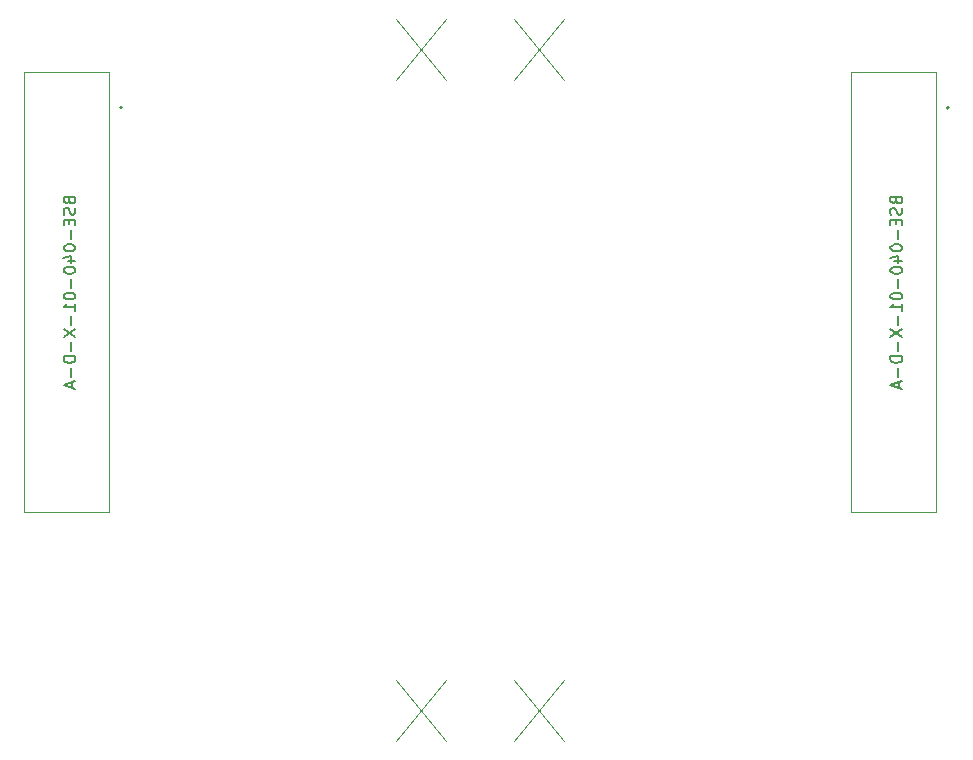
<source format=gbr>
%TF.GenerationSoftware,KiCad,Pcbnew,9.0.0-rc1*%
%TF.CreationDate,2025-01-31T14:13:45-05:00*%
%TF.ProjectId,ephys-test-module-64,65706879-732d-4746-9573-742d6d6f6475,A*%
%TF.SameCoordinates,Original*%
%TF.FileFunction,AssemblyDrawing,Bot*%
%FSLAX46Y46*%
G04 Gerber Fmt 4.6, Leading zero omitted, Abs format (unit mm)*
G04 Created by KiCad (PCBNEW 9.0.0-rc1) date 2025-01-31 14:13:45*
%MOMM*%
%LPD*%
G01*
G04 APERTURE LIST*
%ADD10C,0.150000*%
%ADD11C,0.100000*%
%ADD12C,0.200000*%
G04 APERTURE END LIST*
D10*
X123231009Y-92261905D02*
X123278628Y-92404762D01*
X123278628Y-92404762D02*
X123326247Y-92452381D01*
X123326247Y-92452381D02*
X123421485Y-92500000D01*
X123421485Y-92500000D02*
X123564342Y-92500000D01*
X123564342Y-92500000D02*
X123659580Y-92452381D01*
X123659580Y-92452381D02*
X123707200Y-92404762D01*
X123707200Y-92404762D02*
X123754819Y-92309524D01*
X123754819Y-92309524D02*
X123754819Y-91928572D01*
X123754819Y-91928572D02*
X122754819Y-91928572D01*
X122754819Y-91928572D02*
X122754819Y-92261905D01*
X122754819Y-92261905D02*
X122802438Y-92357143D01*
X122802438Y-92357143D02*
X122850057Y-92404762D01*
X122850057Y-92404762D02*
X122945295Y-92452381D01*
X122945295Y-92452381D02*
X123040533Y-92452381D01*
X123040533Y-92452381D02*
X123135771Y-92404762D01*
X123135771Y-92404762D02*
X123183390Y-92357143D01*
X123183390Y-92357143D02*
X123231009Y-92261905D01*
X123231009Y-92261905D02*
X123231009Y-91928572D01*
X123707200Y-92880953D02*
X123754819Y-93023810D01*
X123754819Y-93023810D02*
X123754819Y-93261905D01*
X123754819Y-93261905D02*
X123707200Y-93357143D01*
X123707200Y-93357143D02*
X123659580Y-93404762D01*
X123659580Y-93404762D02*
X123564342Y-93452381D01*
X123564342Y-93452381D02*
X123469104Y-93452381D01*
X123469104Y-93452381D02*
X123373866Y-93404762D01*
X123373866Y-93404762D02*
X123326247Y-93357143D01*
X123326247Y-93357143D02*
X123278628Y-93261905D01*
X123278628Y-93261905D02*
X123231009Y-93071429D01*
X123231009Y-93071429D02*
X123183390Y-92976191D01*
X123183390Y-92976191D02*
X123135771Y-92928572D01*
X123135771Y-92928572D02*
X123040533Y-92880953D01*
X123040533Y-92880953D02*
X122945295Y-92880953D01*
X122945295Y-92880953D02*
X122850057Y-92928572D01*
X122850057Y-92928572D02*
X122802438Y-92976191D01*
X122802438Y-92976191D02*
X122754819Y-93071429D01*
X122754819Y-93071429D02*
X122754819Y-93309524D01*
X122754819Y-93309524D02*
X122802438Y-93452381D01*
X123231009Y-93880953D02*
X123231009Y-94214286D01*
X123754819Y-94357143D02*
X123754819Y-93880953D01*
X123754819Y-93880953D02*
X122754819Y-93880953D01*
X122754819Y-93880953D02*
X122754819Y-94357143D01*
X123373866Y-94785715D02*
X123373866Y-95547620D01*
X122754819Y-96214286D02*
X122754819Y-96309524D01*
X122754819Y-96309524D02*
X122802438Y-96404762D01*
X122802438Y-96404762D02*
X122850057Y-96452381D01*
X122850057Y-96452381D02*
X122945295Y-96500000D01*
X122945295Y-96500000D02*
X123135771Y-96547619D01*
X123135771Y-96547619D02*
X123373866Y-96547619D01*
X123373866Y-96547619D02*
X123564342Y-96500000D01*
X123564342Y-96500000D02*
X123659580Y-96452381D01*
X123659580Y-96452381D02*
X123707200Y-96404762D01*
X123707200Y-96404762D02*
X123754819Y-96309524D01*
X123754819Y-96309524D02*
X123754819Y-96214286D01*
X123754819Y-96214286D02*
X123707200Y-96119048D01*
X123707200Y-96119048D02*
X123659580Y-96071429D01*
X123659580Y-96071429D02*
X123564342Y-96023810D01*
X123564342Y-96023810D02*
X123373866Y-95976191D01*
X123373866Y-95976191D02*
X123135771Y-95976191D01*
X123135771Y-95976191D02*
X122945295Y-96023810D01*
X122945295Y-96023810D02*
X122850057Y-96071429D01*
X122850057Y-96071429D02*
X122802438Y-96119048D01*
X122802438Y-96119048D02*
X122754819Y-96214286D01*
X123088152Y-97404762D02*
X123754819Y-97404762D01*
X122707200Y-97166667D02*
X123421485Y-96928572D01*
X123421485Y-96928572D02*
X123421485Y-97547619D01*
X122754819Y-98119048D02*
X122754819Y-98214286D01*
X122754819Y-98214286D02*
X122802438Y-98309524D01*
X122802438Y-98309524D02*
X122850057Y-98357143D01*
X122850057Y-98357143D02*
X122945295Y-98404762D01*
X122945295Y-98404762D02*
X123135771Y-98452381D01*
X123135771Y-98452381D02*
X123373866Y-98452381D01*
X123373866Y-98452381D02*
X123564342Y-98404762D01*
X123564342Y-98404762D02*
X123659580Y-98357143D01*
X123659580Y-98357143D02*
X123707200Y-98309524D01*
X123707200Y-98309524D02*
X123754819Y-98214286D01*
X123754819Y-98214286D02*
X123754819Y-98119048D01*
X123754819Y-98119048D02*
X123707200Y-98023810D01*
X123707200Y-98023810D02*
X123659580Y-97976191D01*
X123659580Y-97976191D02*
X123564342Y-97928572D01*
X123564342Y-97928572D02*
X123373866Y-97880953D01*
X123373866Y-97880953D02*
X123135771Y-97880953D01*
X123135771Y-97880953D02*
X122945295Y-97928572D01*
X122945295Y-97928572D02*
X122850057Y-97976191D01*
X122850057Y-97976191D02*
X122802438Y-98023810D01*
X122802438Y-98023810D02*
X122754819Y-98119048D01*
X123373866Y-98880953D02*
X123373866Y-99642858D01*
X122754819Y-100309524D02*
X122754819Y-100404762D01*
X122754819Y-100404762D02*
X122802438Y-100500000D01*
X122802438Y-100500000D02*
X122850057Y-100547619D01*
X122850057Y-100547619D02*
X122945295Y-100595238D01*
X122945295Y-100595238D02*
X123135771Y-100642857D01*
X123135771Y-100642857D02*
X123373866Y-100642857D01*
X123373866Y-100642857D02*
X123564342Y-100595238D01*
X123564342Y-100595238D02*
X123659580Y-100547619D01*
X123659580Y-100547619D02*
X123707200Y-100500000D01*
X123707200Y-100500000D02*
X123754819Y-100404762D01*
X123754819Y-100404762D02*
X123754819Y-100309524D01*
X123754819Y-100309524D02*
X123707200Y-100214286D01*
X123707200Y-100214286D02*
X123659580Y-100166667D01*
X123659580Y-100166667D02*
X123564342Y-100119048D01*
X123564342Y-100119048D02*
X123373866Y-100071429D01*
X123373866Y-100071429D02*
X123135771Y-100071429D01*
X123135771Y-100071429D02*
X122945295Y-100119048D01*
X122945295Y-100119048D02*
X122850057Y-100166667D01*
X122850057Y-100166667D02*
X122802438Y-100214286D01*
X122802438Y-100214286D02*
X122754819Y-100309524D01*
X123754819Y-101595238D02*
X123754819Y-101023810D01*
X123754819Y-101309524D02*
X122754819Y-101309524D01*
X122754819Y-101309524D02*
X122897676Y-101214286D01*
X122897676Y-101214286D02*
X122992914Y-101119048D01*
X122992914Y-101119048D02*
X123040533Y-101023810D01*
X123373866Y-102023810D02*
X123373866Y-102785715D01*
X122754819Y-103166667D02*
X123754819Y-103833333D01*
X122754819Y-103833333D02*
X123754819Y-103166667D01*
X123373866Y-104214286D02*
X123373866Y-104976191D01*
X123754819Y-105452381D02*
X122754819Y-105452381D01*
X122754819Y-105452381D02*
X122754819Y-105690476D01*
X122754819Y-105690476D02*
X122802438Y-105833333D01*
X122802438Y-105833333D02*
X122897676Y-105928571D01*
X122897676Y-105928571D02*
X122992914Y-105976190D01*
X122992914Y-105976190D02*
X123183390Y-106023809D01*
X123183390Y-106023809D02*
X123326247Y-106023809D01*
X123326247Y-106023809D02*
X123516723Y-105976190D01*
X123516723Y-105976190D02*
X123611961Y-105928571D01*
X123611961Y-105928571D02*
X123707200Y-105833333D01*
X123707200Y-105833333D02*
X123754819Y-105690476D01*
X123754819Y-105690476D02*
X123754819Y-105452381D01*
X123373866Y-106452381D02*
X123373866Y-107214286D01*
X123469104Y-107642857D02*
X123469104Y-108119047D01*
X123754819Y-107547619D02*
X122754819Y-107880952D01*
X122754819Y-107880952D02*
X123754819Y-108214285D01*
X193231009Y-92261905D02*
X193278628Y-92404762D01*
X193278628Y-92404762D02*
X193326247Y-92452381D01*
X193326247Y-92452381D02*
X193421485Y-92500000D01*
X193421485Y-92500000D02*
X193564342Y-92500000D01*
X193564342Y-92500000D02*
X193659580Y-92452381D01*
X193659580Y-92452381D02*
X193707200Y-92404762D01*
X193707200Y-92404762D02*
X193754819Y-92309524D01*
X193754819Y-92309524D02*
X193754819Y-91928572D01*
X193754819Y-91928572D02*
X192754819Y-91928572D01*
X192754819Y-91928572D02*
X192754819Y-92261905D01*
X192754819Y-92261905D02*
X192802438Y-92357143D01*
X192802438Y-92357143D02*
X192850057Y-92404762D01*
X192850057Y-92404762D02*
X192945295Y-92452381D01*
X192945295Y-92452381D02*
X193040533Y-92452381D01*
X193040533Y-92452381D02*
X193135771Y-92404762D01*
X193135771Y-92404762D02*
X193183390Y-92357143D01*
X193183390Y-92357143D02*
X193231009Y-92261905D01*
X193231009Y-92261905D02*
X193231009Y-91928572D01*
X193707200Y-92880953D02*
X193754819Y-93023810D01*
X193754819Y-93023810D02*
X193754819Y-93261905D01*
X193754819Y-93261905D02*
X193707200Y-93357143D01*
X193707200Y-93357143D02*
X193659580Y-93404762D01*
X193659580Y-93404762D02*
X193564342Y-93452381D01*
X193564342Y-93452381D02*
X193469104Y-93452381D01*
X193469104Y-93452381D02*
X193373866Y-93404762D01*
X193373866Y-93404762D02*
X193326247Y-93357143D01*
X193326247Y-93357143D02*
X193278628Y-93261905D01*
X193278628Y-93261905D02*
X193231009Y-93071429D01*
X193231009Y-93071429D02*
X193183390Y-92976191D01*
X193183390Y-92976191D02*
X193135771Y-92928572D01*
X193135771Y-92928572D02*
X193040533Y-92880953D01*
X193040533Y-92880953D02*
X192945295Y-92880953D01*
X192945295Y-92880953D02*
X192850057Y-92928572D01*
X192850057Y-92928572D02*
X192802438Y-92976191D01*
X192802438Y-92976191D02*
X192754819Y-93071429D01*
X192754819Y-93071429D02*
X192754819Y-93309524D01*
X192754819Y-93309524D02*
X192802438Y-93452381D01*
X193231009Y-93880953D02*
X193231009Y-94214286D01*
X193754819Y-94357143D02*
X193754819Y-93880953D01*
X193754819Y-93880953D02*
X192754819Y-93880953D01*
X192754819Y-93880953D02*
X192754819Y-94357143D01*
X193373866Y-94785715D02*
X193373866Y-95547620D01*
X192754819Y-96214286D02*
X192754819Y-96309524D01*
X192754819Y-96309524D02*
X192802438Y-96404762D01*
X192802438Y-96404762D02*
X192850057Y-96452381D01*
X192850057Y-96452381D02*
X192945295Y-96500000D01*
X192945295Y-96500000D02*
X193135771Y-96547619D01*
X193135771Y-96547619D02*
X193373866Y-96547619D01*
X193373866Y-96547619D02*
X193564342Y-96500000D01*
X193564342Y-96500000D02*
X193659580Y-96452381D01*
X193659580Y-96452381D02*
X193707200Y-96404762D01*
X193707200Y-96404762D02*
X193754819Y-96309524D01*
X193754819Y-96309524D02*
X193754819Y-96214286D01*
X193754819Y-96214286D02*
X193707200Y-96119048D01*
X193707200Y-96119048D02*
X193659580Y-96071429D01*
X193659580Y-96071429D02*
X193564342Y-96023810D01*
X193564342Y-96023810D02*
X193373866Y-95976191D01*
X193373866Y-95976191D02*
X193135771Y-95976191D01*
X193135771Y-95976191D02*
X192945295Y-96023810D01*
X192945295Y-96023810D02*
X192850057Y-96071429D01*
X192850057Y-96071429D02*
X192802438Y-96119048D01*
X192802438Y-96119048D02*
X192754819Y-96214286D01*
X193088152Y-97404762D02*
X193754819Y-97404762D01*
X192707200Y-97166667D02*
X193421485Y-96928572D01*
X193421485Y-96928572D02*
X193421485Y-97547619D01*
X192754819Y-98119048D02*
X192754819Y-98214286D01*
X192754819Y-98214286D02*
X192802438Y-98309524D01*
X192802438Y-98309524D02*
X192850057Y-98357143D01*
X192850057Y-98357143D02*
X192945295Y-98404762D01*
X192945295Y-98404762D02*
X193135771Y-98452381D01*
X193135771Y-98452381D02*
X193373866Y-98452381D01*
X193373866Y-98452381D02*
X193564342Y-98404762D01*
X193564342Y-98404762D02*
X193659580Y-98357143D01*
X193659580Y-98357143D02*
X193707200Y-98309524D01*
X193707200Y-98309524D02*
X193754819Y-98214286D01*
X193754819Y-98214286D02*
X193754819Y-98119048D01*
X193754819Y-98119048D02*
X193707200Y-98023810D01*
X193707200Y-98023810D02*
X193659580Y-97976191D01*
X193659580Y-97976191D02*
X193564342Y-97928572D01*
X193564342Y-97928572D02*
X193373866Y-97880953D01*
X193373866Y-97880953D02*
X193135771Y-97880953D01*
X193135771Y-97880953D02*
X192945295Y-97928572D01*
X192945295Y-97928572D02*
X192850057Y-97976191D01*
X192850057Y-97976191D02*
X192802438Y-98023810D01*
X192802438Y-98023810D02*
X192754819Y-98119048D01*
X193373866Y-98880953D02*
X193373866Y-99642858D01*
X192754819Y-100309524D02*
X192754819Y-100404762D01*
X192754819Y-100404762D02*
X192802438Y-100500000D01*
X192802438Y-100500000D02*
X192850057Y-100547619D01*
X192850057Y-100547619D02*
X192945295Y-100595238D01*
X192945295Y-100595238D02*
X193135771Y-100642857D01*
X193135771Y-100642857D02*
X193373866Y-100642857D01*
X193373866Y-100642857D02*
X193564342Y-100595238D01*
X193564342Y-100595238D02*
X193659580Y-100547619D01*
X193659580Y-100547619D02*
X193707200Y-100500000D01*
X193707200Y-100500000D02*
X193754819Y-100404762D01*
X193754819Y-100404762D02*
X193754819Y-100309524D01*
X193754819Y-100309524D02*
X193707200Y-100214286D01*
X193707200Y-100214286D02*
X193659580Y-100166667D01*
X193659580Y-100166667D02*
X193564342Y-100119048D01*
X193564342Y-100119048D02*
X193373866Y-100071429D01*
X193373866Y-100071429D02*
X193135771Y-100071429D01*
X193135771Y-100071429D02*
X192945295Y-100119048D01*
X192945295Y-100119048D02*
X192850057Y-100166667D01*
X192850057Y-100166667D02*
X192802438Y-100214286D01*
X192802438Y-100214286D02*
X192754819Y-100309524D01*
X193754819Y-101595238D02*
X193754819Y-101023810D01*
X193754819Y-101309524D02*
X192754819Y-101309524D01*
X192754819Y-101309524D02*
X192897676Y-101214286D01*
X192897676Y-101214286D02*
X192992914Y-101119048D01*
X192992914Y-101119048D02*
X193040533Y-101023810D01*
X193373866Y-102023810D02*
X193373866Y-102785715D01*
X192754819Y-103166667D02*
X193754819Y-103833333D01*
X192754819Y-103833333D02*
X193754819Y-103166667D01*
X193373866Y-104214286D02*
X193373866Y-104976191D01*
X193754819Y-105452381D02*
X192754819Y-105452381D01*
X192754819Y-105452381D02*
X192754819Y-105690476D01*
X192754819Y-105690476D02*
X192802438Y-105833333D01*
X192802438Y-105833333D02*
X192897676Y-105928571D01*
X192897676Y-105928571D02*
X192992914Y-105976190D01*
X192992914Y-105976190D02*
X193183390Y-106023809D01*
X193183390Y-106023809D02*
X193326247Y-106023809D01*
X193326247Y-106023809D02*
X193516723Y-105976190D01*
X193516723Y-105976190D02*
X193611961Y-105928571D01*
X193611961Y-105928571D02*
X193707200Y-105833333D01*
X193707200Y-105833333D02*
X193754819Y-105690476D01*
X193754819Y-105690476D02*
X193754819Y-105452381D01*
X193373866Y-106452381D02*
X193373866Y-107214286D01*
X193469104Y-107642857D02*
X193469104Y-108119047D01*
X193754819Y-107547619D02*
X192754819Y-107880952D01*
X192754819Y-107880952D02*
X193754819Y-108214285D01*
D11*
%TO.C,J2*%
X119380500Y-81365000D02*
X126619500Y-81365000D01*
X126619500Y-81365000D02*
X126619500Y-118635000D01*
X119380500Y-118635000D02*
X119380500Y-81365000D01*
X126619500Y-118635000D02*
X119380500Y-118635000D01*
D12*
X127700000Y-84400000D02*
G75*
G02*
X127500000Y-84400000I-100000J0D01*
G01*
X127500000Y-84400000D02*
G75*
G02*
X127700000Y-84400000I100000J0D01*
G01*
D11*
%TO.C,J3*%
X189380500Y-81365000D02*
X196619500Y-81365000D01*
X196619500Y-81365000D02*
X196619500Y-118635000D01*
X189380500Y-118635000D02*
X189380500Y-81365000D01*
X196619500Y-118635000D02*
X189380500Y-118635000D01*
D12*
X197700000Y-84400000D02*
G75*
G02*
X197500000Y-84400000I-100000J0D01*
G01*
X197500000Y-84400000D02*
G75*
G02*
X197700000Y-84400000I100000J0D01*
G01*
%TD*%
D11*
X160875000Y-76875000D02*
X165125000Y-82049819D01*
X160875000Y-82049819D02*
X165125000Y-76875000D01*
X150875000Y-76875000D02*
X155125000Y-82054768D01*
X150875000Y-82054768D02*
X155125000Y-76875000D01*
X160875000Y-132875000D02*
X165125000Y-138049819D01*
X160875000Y-138049819D02*
X165125000Y-132875000D01*
X150875000Y-132875000D02*
X155125000Y-138049819D01*
X150875000Y-138049819D02*
X155125000Y-132875000D01*
M02*

</source>
